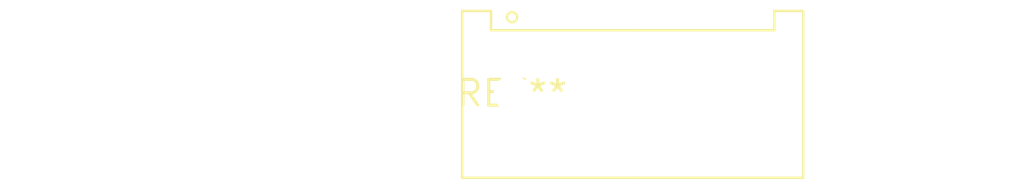
<source format=kicad_pcb>
(kicad_pcb (version 20240108) (generator pcbnew)
  (layers (0 "F.Cu" signal) (31 "B.Cu" signal) (34 "B.Paste" user) (35 "F.Paste" user) (36 "B.SilkS" user "B.Silkscreen") (37 "F.SilkS" user "F.Silkscreen") (38 "B.Mask" user) (39 "F.Mask" user) (44 "Edge.Cuts" user))
  (net 0 "")
  (footprint "Hirose_DF63M-4P-3.96DSA_1x04_P3.96mm_Vertical" (layer "F.Cu") (at 0 0)
    (property "Reference" "REF**")
    (property "Value" "Hirose_DF63M-4P-3.96DSA_1x04_P3.96mm_Vertical")
    (fp_line (start -2.46 -4.06) (end -1.04 -4.06) (layer "F.SilkS") (stroke (width 0.12)))
    (fp_line (start -2.46 4.16) (end -2.46 -4.06) (layer "F.SilkS") (stroke (width 0.12)))
    (fp_line (start -1.04 -4.06) (end -1.04 -3.11) (layer "F.SilkS") (stroke (width 0.12)))
    (fp_line (start -1.04 -3.11) (end 5.94 -3.11) (layer "F.SilkS") (stroke (width 0.12)))
    (fp_line (start 5.94 4.16) (end -2.46 4.16) (layer "F.SilkS") (stroke (width 0.12)))
    (fp_line (start 5.94 4.16) (end 14.34 4.16) (layer "F.SilkS") (stroke (width 0.12)))
    (fp_line (start 12.92 -4.06) (end 12.92 -3.11) (layer "F.SilkS") (stroke (width 0.12)))
    (fp_line (start 12.92 -3.11) (end 5.94 -3.11) (layer "F.SilkS") (stroke (width 0.12)))
    (fp_line (start 14.34 -4.06) (end 12.92 -4.06) (layer "F.SilkS") (stroke (width 0.12)))
    (fp_line (start 14.34 4.16) (end 14.34 -4.06) (layer "F.SilkS") (stroke (width 0.12)))
    (fp_circle (center 0 -3.75) (end 0.25 -3.75) (layer "F.SilkS") (stroke (width 0.12)) (fill none))
    (pad "" np_thru_hole circle (at -1.5 3.25) (size 1.6 1.6) (drill 1.6) (layers *.Cu *.Mask))
    (pad "1" thru_hole roundrect (at 0 0) (size 2.46 2.8) (drill 1.8) (layers *.Cu *.Mask) (remove_unused_layers) (roundrect_rratio 0.101626))
    (pad "2" thru_hole oval (at 3.96 0) (size 2.46 2.8) (drill 1.8) (layers *.Cu *.Mask) (remove_unused_layers))
    (pad "3" thru_hole oval (at 7.92 0) (size 2.46 2.8) (drill 1.8) (layers *.Cu *.Mask) (remove_unused_layers))
    (pad "4" thru_hole oval (at 11.88 0) (size 2.46 2.8) (drill 1.8) (layers *.Cu *.Mask) (remove_unused_layers))
  )
)
</source>
